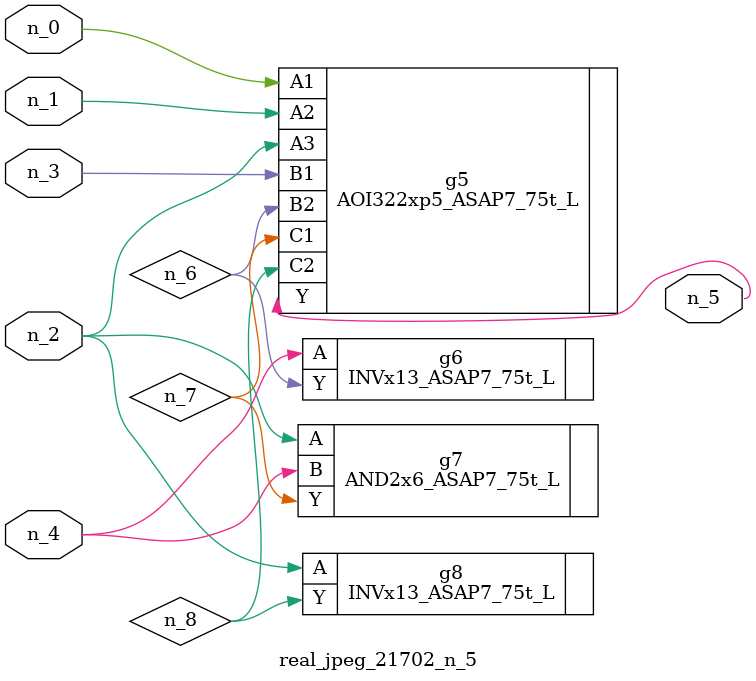
<source format=v>
module real_jpeg_21702_n_5 (n_4, n_0, n_1, n_2, n_3, n_5);

input n_4;
input n_0;
input n_1;
input n_2;
input n_3;

output n_5;

wire n_8;
wire n_6;
wire n_7;

AOI322xp5_ASAP7_75t_L g5 ( 
.A1(n_0),
.A2(n_1),
.A3(n_2),
.B1(n_3),
.B2(n_6),
.C1(n_7),
.C2(n_8),
.Y(n_5)
);

AND2x6_ASAP7_75t_L g7 ( 
.A(n_2),
.B(n_4),
.Y(n_7)
);

INVx13_ASAP7_75t_L g8 ( 
.A(n_2),
.Y(n_8)
);

INVx13_ASAP7_75t_L g6 ( 
.A(n_4),
.Y(n_6)
);


endmodule
</source>
